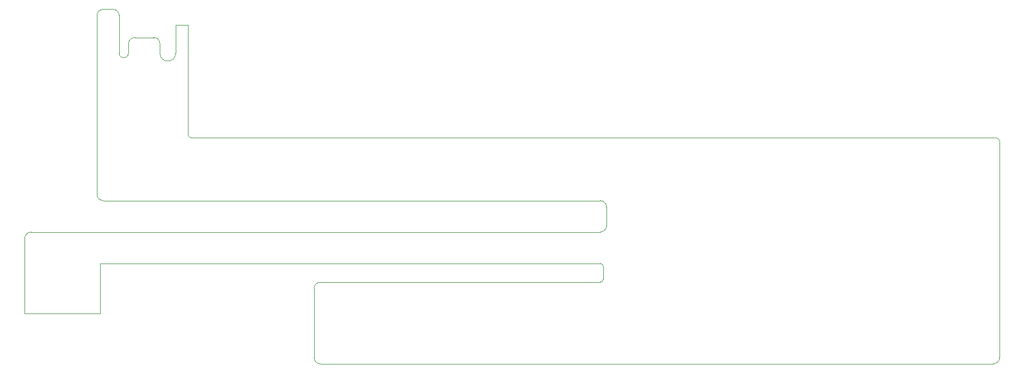
<source format=gbr>
%TF.GenerationSoftware,KiCad,Pcbnew,7.0.1*%
%TF.CreationDate,2023-03-30T15:17:14+02:00*%
%TF.ProjectId,BalancedSurroundOutBus,42616c61-6e63-4656-9453-7572726f756e,rev?*%
%TF.SameCoordinates,Original*%
%TF.FileFunction,Profile,NP*%
%FSLAX46Y46*%
G04 Gerber Fmt 4.6, Leading zero omitted, Abs format (unit mm)*
G04 Created by KiCad (PCBNEW 7.0.1) date 2023-03-30 15:17:14*
%MOMM*%
%LPD*%
G01*
G04 APERTURE LIST*
%TA.AperFunction,Profile*%
%ADD10C,0.100000*%
%TD*%
G04 APERTURE END LIST*
D10*
X137000000Y-123000000D02*
G75*
G03*
X136000000Y-124000000I0J-1000000D01*
G01*
X136000000Y-124000000D02*
X136000000Y-135000000D01*
X182000000Y-120500000D02*
G75*
G03*
X181500000Y-120000000I-500000J0D01*
G01*
X244000000Y-136000000D02*
G75*
G03*
X245000000Y-135000000I0J1000000D01*
G01*
X137000000Y-136000000D02*
X244000000Y-136000000D01*
X101500000Y-109000000D02*
G75*
G03*
X102500000Y-110000000I1000000J0D01*
G01*
X102000000Y-120000000D02*
X136000000Y-120000000D01*
X105000000Y-86500000D02*
G75*
G03*
X106500000Y-86500000I750000J0D01*
G01*
X181500000Y-110000000D02*
X102500000Y-110000000D01*
X182500000Y-111000000D02*
G75*
G03*
X181500000Y-110000000I-1000000J0D01*
G01*
X111500000Y-85000000D02*
X111500000Y-86500000D01*
X107500000Y-84000000D02*
G75*
G03*
X106500000Y-85000000I0J-1000000D01*
G01*
X182000000Y-120500000D02*
X182000000Y-122500000D01*
X181500000Y-123000000D02*
G75*
G03*
X182000000Y-122500000I0J500000D01*
G01*
X105000000Y-80500000D02*
X105000000Y-86500000D01*
X91000000Y-115000000D02*
G75*
G03*
X90000000Y-116000000I0J-1000000D01*
G01*
X244500000Y-100000000D02*
X117500000Y-100000000D01*
X107500000Y-84000000D02*
X110500000Y-84000000D01*
X90000000Y-116000000D02*
X90000000Y-128000000D01*
X116000000Y-99500000D02*
G75*
G03*
X116500000Y-100000000I500000J0D01*
G01*
X102500000Y-79500000D02*
X104000000Y-79500000D01*
X181500000Y-123000000D02*
X137000000Y-123000000D01*
X136000000Y-120000000D02*
X181500000Y-120000000D01*
X102500000Y-79500000D02*
G75*
G03*
X101500000Y-80500000I0J-1000000D01*
G01*
X114000000Y-82000000D02*
X116000000Y-82000000D01*
X101500000Y-80500000D02*
X101500000Y-109000000D01*
X106500000Y-86500000D02*
X106500000Y-85000000D01*
X182500000Y-114000000D02*
X182500000Y-111000000D01*
X136000000Y-135000000D02*
G75*
G03*
X137000000Y-136000000I1000000J0D01*
G01*
X114000000Y-86500000D02*
X114000000Y-82000000D01*
X111500000Y-85000000D02*
G75*
G03*
X110500000Y-84000000I-1000000J0D01*
G01*
X181500000Y-115000000D02*
G75*
G03*
X182500000Y-114000000I0J1000000D01*
G01*
X245000000Y-135000000D02*
X245000000Y-100500000D01*
X245000000Y-100500000D02*
G75*
G03*
X244500000Y-100000000I-500000J0D01*
G01*
X111500000Y-86500000D02*
G75*
G03*
X114000000Y-86500000I1250000J0D01*
G01*
X105000000Y-80500000D02*
G75*
G03*
X104000000Y-79500000I-1000000J0D01*
G01*
X90000000Y-128000000D02*
X102000000Y-128000000D01*
X102000000Y-128000000D02*
X102000000Y-120000000D01*
X181500000Y-115000000D02*
X91000000Y-115000000D01*
X116000000Y-82000000D02*
X116000000Y-99500000D01*
X116500000Y-100000000D02*
X117500000Y-100000000D01*
M02*

</source>
